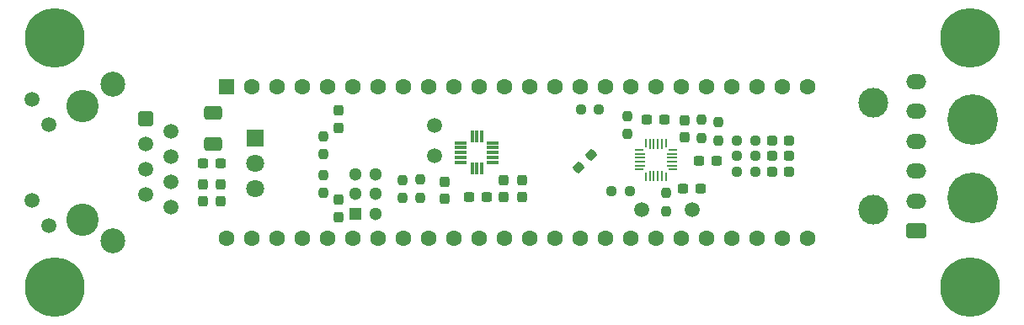
<source format=gts>
G04 #@! TF.GenerationSoftware,KiCad,Pcbnew,(6.0.8)*
G04 #@! TF.CreationDate,2022-11-19T16:18:39-06:00*
G04 #@! TF.ProjectId,NavBoard_Hardware,4e617642-6f61-4726-945f-486172647761,rev?*
G04 #@! TF.SameCoordinates,Original*
G04 #@! TF.FileFunction,Soldermask,Top*
G04 #@! TF.FilePolarity,Negative*
%FSLAX46Y46*%
G04 Gerber Fmt 4.6, Leading zero omitted, Abs format (unit mm)*
G04 Created by KiCad (PCBNEW (6.0.8)) date 2022-11-19 16:18:39*
%MOMM*%
%LPD*%
G01*
G04 APERTURE LIST*
G04 Aperture macros list*
%AMRoundRect*
0 Rectangle with rounded corners*
0 $1 Rounding radius*
0 $2 $3 $4 $5 $6 $7 $8 $9 X,Y pos of 4 corners*
0 Add a 4 corners polygon primitive as box body*
4,1,4,$2,$3,$4,$5,$6,$7,$8,$9,$2,$3,0*
0 Add four circle primitives for the rounded corners*
1,1,$1+$1,$2,$3*
1,1,$1+$1,$4,$5*
1,1,$1+$1,$6,$7*
1,1,$1+$1,$8,$9*
0 Add four rect primitives between the rounded corners*
20,1,$1+$1,$2,$3,$4,$5,0*
20,1,$1+$1,$4,$5,$6,$7,0*
20,1,$1+$1,$6,$7,$8,$9,0*
20,1,$1+$1,$8,$9,$2,$3,0*%
G04 Aperture macros list end*
%ADD10RoundRect,0.237500X-0.237500X0.250000X-0.237500X-0.250000X0.237500X-0.250000X0.237500X0.250000X0*%
%ADD11RoundRect,0.237500X0.300000X0.237500X-0.300000X0.237500X-0.300000X-0.237500X0.300000X-0.237500X0*%
%ADD12C,1.500000*%
%ADD13RoundRect,0.237500X-0.250000X-0.237500X0.250000X-0.237500X0.250000X0.237500X-0.250000X0.237500X0*%
%ADD14R,1.800000X1.800000*%
%ADD15C,1.800000*%
%ADD16R,0.228600X0.875000*%
%ADD17R,0.228600X1.000000*%
%ADD18R,0.850000X0.228600*%
%ADD19R,1.000000X0.228600*%
%ADD20R,0.228600X0.850000*%
%ADD21R,0.875000X0.228600*%
%ADD22RoundRect,0.237500X-0.300000X-0.237500X0.300000X-0.237500X0.300000X0.237500X-0.300000X0.237500X0*%
%ADD23RoundRect,0.237500X-0.237500X0.300000X-0.237500X-0.300000X0.237500X-0.300000X0.237500X0.300000X0*%
%ADD24RoundRect,0.250000X-0.650000X0.412500X-0.650000X-0.412500X0.650000X-0.412500X0.650000X0.412500X0*%
%ADD25RoundRect,0.237500X0.237500X-0.287500X0.237500X0.287500X-0.237500X0.287500X-0.237500X-0.287500X0*%
%ADD26R,1.200000X0.350000*%
%ADD27R,0.350000X1.200000*%
%ADD28C,6.000000*%
%ADD29RoundRect,0.237500X0.287500X0.237500X-0.287500X0.237500X-0.287500X-0.237500X0.287500X-0.237500X0*%
%ADD30RoundRect,0.237500X0.237500X-0.250000X0.237500X0.250000X-0.237500X0.250000X-0.237500X-0.250000X0*%
%ADD31RoundRect,0.237500X0.250000X0.237500X-0.250000X0.237500X-0.250000X-0.237500X0.250000X-0.237500X0*%
%ADD32RoundRect,0.237500X0.237500X-0.300000X0.237500X0.300000X-0.237500X0.300000X-0.237500X-0.300000X0*%
%ADD33C,3.000000*%
%ADD34RoundRect,0.250001X0.759999X-0.499999X0.759999X0.499999X-0.759999X0.499999X-0.759999X-0.499999X0*%
%ADD35O,2.020000X1.500000*%
%ADD36C,3.250000*%
%ADD37RoundRect,0.250500X-0.499500X0.499500X-0.499500X-0.499500X0.499500X-0.499500X0.499500X0.499500X0*%
%ADD38C,2.500000*%
%ADD39RoundRect,0.237500X0.008839X0.344715X-0.344715X-0.008839X-0.008839X-0.344715X0.344715X0.008839X0*%
%ADD40RoundRect,0.237500X-0.237500X0.287500X-0.237500X-0.287500X0.237500X-0.287500X0.237500X0.287500X0*%
%ADD41R,1.600000X1.600000*%
%ADD42C,1.600000*%
%ADD43R,1.300000X1.300000*%
%ADD44C,1.300000*%
%ADD45C,5.080000*%
G04 APERTURE END LIST*
D10*
X162448929Y-100726070D03*
X162448929Y-102551070D03*
D11*
X162261429Y-93338570D03*
X160536429Y-93338570D03*
D12*
X139155001Y-93950000D03*
D13*
X169575000Y-95400000D03*
X171400000Y-95400000D03*
D14*
X121180000Y-95187500D03*
D15*
X121180000Y-97727500D03*
X121180000Y-100267500D03*
D16*
X160436508Y-99048570D03*
D17*
X160836510Y-98988570D03*
X161236509Y-98988570D03*
X161636509Y-98988570D03*
X162036508Y-98988570D03*
D16*
X162436510Y-99048570D03*
D18*
X163123929Y-98348930D03*
D19*
X163048929Y-97948928D03*
X163048929Y-97548929D03*
X163048929Y-97148929D03*
X163048929Y-96748930D03*
D18*
X163123929Y-96348928D03*
D20*
X162436510Y-95663570D03*
D17*
X162036508Y-95738570D03*
X161636509Y-95738570D03*
X161236509Y-95738570D03*
X160836510Y-95738570D03*
D20*
X160436508Y-95663570D03*
D21*
X159738929Y-96348928D03*
D19*
X159798929Y-96748930D03*
X159798929Y-97148929D03*
X159798929Y-97548929D03*
X159798929Y-97948928D03*
D21*
X159738929Y-98348930D03*
D22*
X115937500Y-97700000D03*
X117662500Y-97700000D03*
D23*
X140155000Y-99550000D03*
X140155000Y-101275000D03*
D12*
X165048929Y-102338570D03*
X139155000Y-96950000D03*
D13*
X169575000Y-97000000D03*
X171400000Y-97000000D03*
D24*
X116900000Y-92637500D03*
X116900000Y-95762500D03*
D25*
X129500000Y-103100001D03*
X129500000Y-101350001D03*
D11*
X144417500Y-101068750D03*
X142692500Y-101068750D03*
D26*
X145045000Y-97650000D03*
X145045000Y-97150000D03*
X145045000Y-96650000D03*
X145045000Y-96150000D03*
X145045000Y-95650000D03*
D27*
X143955000Y-95050000D03*
X143455000Y-95050000D03*
X142955000Y-95050000D03*
D26*
X141845000Y-95650000D03*
X141845000Y-96150000D03*
X141845000Y-96650000D03*
X141845000Y-97150000D03*
X141845000Y-97650000D03*
D27*
X142955000Y-98250000D03*
X143455000Y-98250000D03*
X143955000Y-98250000D03*
D28*
X193000000Y-110200000D03*
D29*
X174862500Y-98600000D03*
X173112500Y-98600000D03*
D22*
X165786429Y-97438570D03*
X167511429Y-97438570D03*
D30*
X128000000Y-100712500D03*
X128000000Y-98887500D03*
D31*
X158812500Y-100500000D03*
X156987500Y-100500000D03*
D10*
X136000000Y-99387500D03*
X136000000Y-101212500D03*
D28*
X193000000Y-85100000D03*
D29*
X174862500Y-95400000D03*
X173112500Y-95400000D03*
X174862500Y-97000000D03*
X173112500Y-97000000D03*
D13*
X169575000Y-98600000D03*
X171400000Y-98600000D03*
D10*
X137755001Y-99337500D03*
X137755001Y-101162500D03*
D23*
X115900000Y-99837500D03*
X115900000Y-101562500D03*
X147955000Y-99387500D03*
X147955000Y-101112500D03*
D32*
X164348929Y-95138570D03*
X164348929Y-93413570D03*
D33*
X183250000Y-102350000D03*
X183250000Y-91650000D03*
D34*
X187570000Y-104500000D03*
D35*
X187570000Y-101500000D03*
X187570000Y-98500000D03*
X187570000Y-95500000D03*
X187570000Y-92500000D03*
X187570000Y-89500000D03*
D22*
X164186429Y-100238570D03*
X165911429Y-100238570D03*
D23*
X117700000Y-99837500D03*
X117700000Y-101562500D03*
X146155000Y-99387501D03*
X146155000Y-101112501D03*
D12*
X160000000Y-102338570D03*
D30*
X166048929Y-95151070D03*
X166048929Y-93326070D03*
D28*
X101000000Y-85100000D03*
D30*
X128000000Y-96812500D03*
X128000000Y-94987500D03*
D36*
X103775000Y-91930000D03*
X103775000Y-103360000D03*
D37*
X110125000Y-93200000D03*
D12*
X112665000Y-94470000D03*
X110125000Y-95740000D03*
X112665000Y-97010000D03*
X110125000Y-98280000D03*
X112665000Y-99550000D03*
X110125000Y-100820000D03*
X112665000Y-102090000D03*
X98695000Y-91320000D03*
X100395000Y-93860000D03*
X98695000Y-101430000D03*
X100395000Y-103970000D03*
D38*
X106825000Y-105520000D03*
X106825000Y-89770000D03*
D28*
X101000000Y-110200000D03*
D30*
X167748929Y-95438570D03*
X167748929Y-93613570D03*
X158548929Y-94763570D03*
X158548929Y-92938570D03*
D39*
X154945235Y-96854765D03*
X153654765Y-98145235D03*
D13*
X153887500Y-92300000D03*
X155712500Y-92300000D03*
D40*
X129500000Y-92399999D03*
X129500000Y-94149999D03*
D41*
X118250200Y-90000000D03*
D42*
X120790200Y-90000000D03*
X123330200Y-90000000D03*
X125870200Y-90000000D03*
X128410200Y-90000000D03*
X130950200Y-90000000D03*
X133490200Y-90000000D03*
X136030200Y-90000000D03*
X138570200Y-90000000D03*
X141110200Y-90000000D03*
X143650200Y-90000000D03*
X146190200Y-90000000D03*
X148730200Y-90000000D03*
X151270200Y-90000000D03*
X153810200Y-90000000D03*
X156350200Y-90000000D03*
X158890200Y-90000000D03*
X161430200Y-90000000D03*
X163970200Y-90000000D03*
X166510200Y-90000000D03*
X169050200Y-90000000D03*
X171590200Y-90000000D03*
X174130200Y-90000000D03*
X176670200Y-90000000D03*
X176670200Y-105240000D03*
X174130200Y-105240000D03*
X171590200Y-105240000D03*
X169050200Y-105240000D03*
X166510200Y-105240000D03*
X163970200Y-105240000D03*
X161430200Y-105240000D03*
X158890200Y-105240000D03*
X156350200Y-105240000D03*
X153810200Y-105240000D03*
X151270200Y-105240000D03*
X148730200Y-105240000D03*
X146190200Y-105240000D03*
X143650200Y-105240000D03*
X141110200Y-105240000D03*
X138570200Y-105240000D03*
X136030200Y-105240000D03*
X133490200Y-105240000D03*
X130950200Y-105240000D03*
X128410200Y-105240000D03*
X125870200Y-105240000D03*
X123330200Y-105240000D03*
X120790200Y-105240000D03*
X118250200Y-105240000D03*
D43*
X131220200Y-102801600D03*
D44*
X131220200Y-100801600D03*
X131220200Y-98801600D03*
X133220200Y-98801600D03*
X133220200Y-100801600D03*
X133220200Y-102801600D03*
D45*
X193322800Y-93333000D03*
X193322800Y-101207000D03*
M02*

</source>
